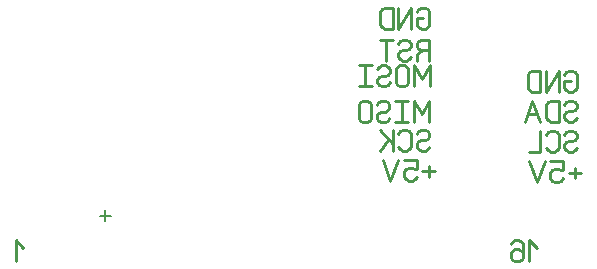
<source format=gbr>
%FSLAX34Y34*%
%MOMM*%
%LNSILK_BOTTOM*%
G71*
G01*
%ADD10C, 0.222*%
%ADD11C, 0.200*%
%LPD*%
G54D10*
X57227Y736917D02*
X50560Y743584D01*
X50560Y725806D01*
G54D10*
X491883Y736917D02*
X485216Y743584D01*
X485216Y725806D01*
G54D10*
X469660Y740251D02*
X470994Y742473D01*
X473660Y743584D01*
X476327Y743584D01*
X478994Y742473D01*
X480327Y740251D01*
X480327Y734695D01*
X480327Y733584D01*
X476327Y735806D01*
X473660Y735806D01*
X470994Y734695D01*
X469660Y732473D01*
X469660Y729140D01*
X470994Y726917D01*
X473660Y725806D01*
X476327Y725806D01*
X478994Y726917D01*
X480327Y729140D01*
X480327Y734695D01*
G54D10*
X405725Y801847D02*
X395058Y801847D01*
G54D10*
X400392Y806291D02*
X400392Y797402D01*
G54D10*
X379502Y811847D02*
X390169Y811847D01*
X390169Y804069D01*
X388836Y804069D01*
X386169Y805180D01*
X383502Y805180D01*
X380836Y804069D01*
X379502Y801847D01*
X379502Y797402D01*
X380836Y795180D01*
X383502Y794069D01*
X386169Y794069D01*
X388836Y795180D01*
X390169Y797402D01*
G54D10*
X374613Y811847D02*
X367946Y794069D01*
X361280Y811847D01*
G54D10*
X395629Y931545D02*
X390296Y931545D01*
X390296Y925990D01*
X391629Y923767D01*
X394296Y922656D01*
X396962Y922656D01*
X399629Y923767D01*
X400962Y925990D01*
X400962Y937101D01*
X399629Y939323D01*
X396962Y940434D01*
X394296Y940434D01*
X391629Y939323D01*
X390296Y937101D01*
G54D10*
X385406Y922656D02*
X385406Y940434D01*
X374740Y922656D01*
X374740Y940434D01*
G54D10*
X369850Y922656D02*
X369850Y940434D01*
X363184Y940434D01*
X360517Y939323D01*
X359184Y937101D01*
X359184Y925990D01*
X360517Y923767D01*
X363184Y922656D01*
X369850Y922656D01*
G54D10*
X395629Y904558D02*
X391629Y902335D01*
X390296Y900113D01*
X390296Y895669D01*
G54D10*
X400962Y895669D02*
X400962Y913447D01*
X394296Y913447D01*
X391629Y912335D01*
X390296Y910113D01*
X390296Y907891D01*
X391629Y905669D01*
X394296Y904558D01*
X400962Y904558D01*
G54D10*
X385406Y899002D02*
X384073Y896780D01*
X381406Y895669D01*
X378740Y895669D01*
X376073Y896780D01*
X374740Y899002D01*
X374740Y901224D01*
X376073Y903447D01*
X378740Y904558D01*
X381406Y904558D01*
X384073Y905669D01*
X385406Y907891D01*
X385406Y910113D01*
X384073Y912335D01*
X381406Y913447D01*
X378740Y913447D01*
X376073Y912335D01*
X374740Y910113D01*
G54D10*
X364517Y895669D02*
X364517Y913447D01*
G54D10*
X369850Y913447D02*
X359184Y913447D01*
G54D10*
X401359Y873841D02*
X401359Y891618D01*
X394693Y880507D01*
X388026Y891618D01*
X388026Y873841D01*
G54D10*
X372471Y888285D02*
X372471Y877174D01*
X373804Y874952D01*
X376471Y873841D01*
X379137Y873841D01*
X381804Y874952D01*
X383137Y877174D01*
X383137Y888285D01*
X381804Y890507D01*
X379137Y891618D01*
X376471Y891618D01*
X373804Y890507D01*
X372471Y888285D01*
G54D10*
X367581Y877174D02*
X366248Y874952D01*
X363581Y873841D01*
X360915Y873841D01*
X358248Y874952D01*
X356915Y877174D01*
X356915Y879396D01*
X358248Y881618D01*
X360915Y882730D01*
X363581Y882730D01*
X366248Y883841D01*
X367581Y886063D01*
X367581Y888285D01*
X366248Y890507D01*
X363581Y891618D01*
X360915Y891618D01*
X358248Y890507D01*
X356915Y888285D01*
G54D10*
X352025Y873841D02*
X341359Y873841D01*
G54D10*
X346692Y873841D02*
X346692Y891618D01*
G54D10*
X352025Y891618D02*
X341359Y891618D01*
G54D10*
X400962Y843678D02*
X400962Y861456D01*
X394296Y850345D01*
X387629Y861456D01*
X387629Y843678D01*
G54D10*
X382740Y843678D02*
X372074Y843678D01*
G54D10*
X377407Y843678D02*
X377407Y861456D01*
G54D10*
X382740Y861456D02*
X372074Y861456D01*
G54D10*
X367184Y847011D02*
X365851Y844789D01*
X363184Y843678D01*
X360518Y843678D01*
X357851Y844789D01*
X356518Y847011D01*
X356518Y849234D01*
X357851Y851456D01*
X360518Y852567D01*
X363184Y852567D01*
X365851Y853678D01*
X367184Y855900D01*
X367184Y858123D01*
X365851Y860345D01*
X363184Y861456D01*
X360518Y861456D01*
X357851Y860345D01*
X356518Y858123D01*
G54D10*
X340962Y858123D02*
X340962Y847011D01*
X342295Y844789D01*
X344962Y843678D01*
X347628Y843678D01*
X350295Y844789D01*
X351628Y847011D01*
X351628Y858123D01*
X350295Y860345D01*
X347628Y861456D01*
X344962Y861456D01*
X342295Y860345D01*
X340962Y858123D01*
G54D10*
X400962Y822802D02*
X399629Y820580D01*
X396962Y819469D01*
X394296Y819469D01*
X391629Y820580D01*
X390296Y822802D01*
X390296Y825024D01*
X391629Y827247D01*
X394296Y828358D01*
X396962Y828358D01*
X399629Y829469D01*
X400962Y831691D01*
X400962Y833913D01*
X399629Y836135D01*
X396962Y837247D01*
X394296Y837247D01*
X391629Y836135D01*
X390296Y833913D01*
G54D10*
X374740Y822802D02*
X376073Y820580D01*
X378740Y819469D01*
X381406Y819469D01*
X384073Y820580D01*
X385406Y822802D01*
X385406Y833913D01*
X384073Y836135D01*
X381406Y837247D01*
X378740Y837247D01*
X376073Y836135D01*
X374740Y833913D01*
G54D10*
X369850Y819469D02*
X369850Y837247D01*
G54D10*
X369850Y825024D02*
X359184Y837247D01*
G54D10*
X365850Y828358D02*
X359184Y819469D01*
G54D10*
X520645Y878364D02*
X515311Y878364D01*
X515311Y872808D01*
X516645Y870586D01*
X519311Y869475D01*
X521978Y869475D01*
X524645Y870586D01*
X525978Y872808D01*
X525978Y883919D01*
X524645Y886142D01*
X521978Y887253D01*
X519311Y887253D01*
X516645Y886142D01*
X515311Y883919D01*
G54D10*
X510422Y869475D02*
X510422Y887253D01*
X499755Y869475D01*
X499755Y887253D01*
G54D10*
X494866Y869475D02*
X494866Y887253D01*
X488199Y887253D01*
X485533Y886142D01*
X484199Y883919D01*
X484199Y872808D01*
X485533Y870586D01*
X488199Y869475D01*
X494866Y869475D01*
G54D10*
X529550Y800656D02*
X518883Y800656D01*
G54D10*
X524217Y805100D02*
X524217Y796211D01*
G54D10*
X503327Y810656D02*
X513994Y810656D01*
X513994Y802878D01*
X512661Y802878D01*
X509994Y803989D01*
X507327Y803989D01*
X504661Y802878D01*
X503327Y800656D01*
X503327Y796211D01*
X504661Y793989D01*
X507327Y792878D01*
X509994Y792878D01*
X512661Y793989D01*
X513994Y796211D01*
G54D10*
X498438Y810656D02*
X491771Y792878D01*
X485105Y810656D01*
G54D10*
X525978Y847408D02*
X524645Y845186D01*
X521978Y844075D01*
X519311Y844075D01*
X516645Y845186D01*
X515311Y847408D01*
X515311Y849631D01*
X516645Y851853D01*
X519311Y852964D01*
X521978Y852964D01*
X524645Y854075D01*
X525978Y856297D01*
X525978Y858519D01*
X524645Y860742D01*
X521978Y861853D01*
X519311Y861853D01*
X516645Y860742D01*
X515311Y858519D01*
G54D10*
X510422Y844075D02*
X510422Y861853D01*
X503755Y861853D01*
X501089Y860742D01*
X499755Y858519D01*
X499755Y847408D01*
X501089Y845186D01*
X503755Y844075D01*
X510422Y844075D01*
G54D10*
X494866Y844075D02*
X488199Y861853D01*
X481533Y844075D01*
G54D10*
X492199Y850742D02*
X484199Y850742D01*
G54D10*
X525978Y822008D02*
X524645Y819786D01*
X521978Y818675D01*
X519311Y818675D01*
X516645Y819786D01*
X515311Y822008D01*
X515311Y824231D01*
X516645Y826453D01*
X519311Y827564D01*
X521978Y827564D01*
X524645Y828675D01*
X525978Y830897D01*
X525978Y833119D01*
X524645Y835342D01*
X521978Y836453D01*
X519311Y836453D01*
X516645Y835342D01*
X515311Y833119D01*
G54D10*
X499755Y822008D02*
X501089Y819786D01*
X503755Y818675D01*
X506422Y818675D01*
X509089Y819786D01*
X510422Y822008D01*
X510422Y833119D01*
X509089Y835342D01*
X506422Y836453D01*
X503755Y836453D01*
X501089Y835342D01*
X499755Y833119D01*
G54D10*
X494866Y836453D02*
X494866Y818675D01*
X485533Y818675D01*
G54D11*
X121959Y764303D02*
X131484Y764303D01*
G54D11*
X126722Y769065D02*
X126722Y759540D01*
M02*

</source>
